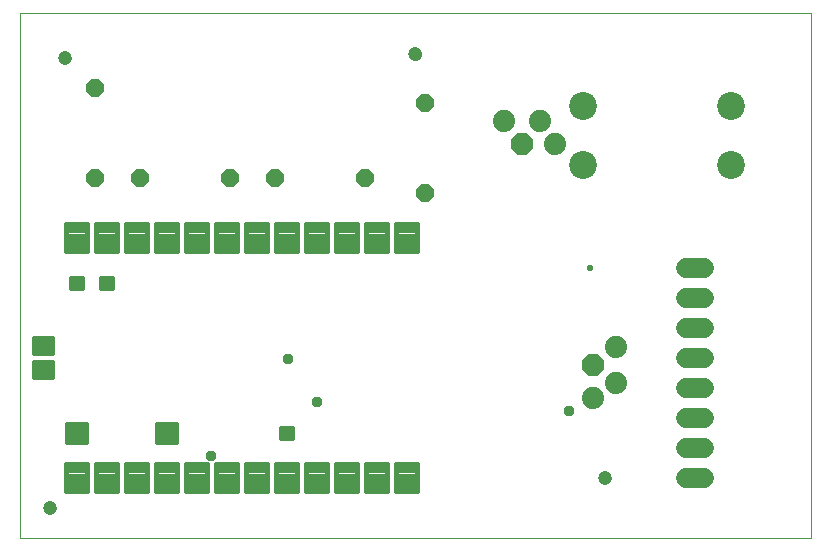
<source format=gts>
G75*
%MOIN*%
%OFA0B0*%
%FSLAX25Y25*%
%IPPOS*%
%LPD*%
%AMOC8*
5,1,8,0,0,1.08239X$1,22.5*
%
%ADD10C,0.00000*%
%ADD11C,0.04737*%
%ADD12C,0.02178*%
%ADD13C,0.07400*%
%ADD14OC8,0.07400*%
%ADD15C,0.06800*%
%ADD16OC8,0.06000*%
%ADD17C,0.09300*%
%ADD18C,0.01760*%
%ADD19C,0.01060*%
%ADD20C,0.01560*%
%ADD21C,0.01360*%
%ADD22C,0.03778*%
D10*
X0007100Y0001000D02*
X0007100Y0175961D01*
X0270801Y0175961D01*
X0270801Y0001000D01*
X0007100Y0001000D01*
X0015131Y0011000D02*
X0015133Y0011088D01*
X0015139Y0011176D01*
X0015149Y0011264D01*
X0015163Y0011352D01*
X0015180Y0011438D01*
X0015202Y0011524D01*
X0015227Y0011608D01*
X0015257Y0011692D01*
X0015289Y0011774D01*
X0015326Y0011854D01*
X0015366Y0011933D01*
X0015410Y0012010D01*
X0015457Y0012085D01*
X0015507Y0012157D01*
X0015561Y0012228D01*
X0015617Y0012295D01*
X0015677Y0012361D01*
X0015739Y0012423D01*
X0015805Y0012483D01*
X0015872Y0012539D01*
X0015943Y0012593D01*
X0016015Y0012643D01*
X0016090Y0012690D01*
X0016167Y0012734D01*
X0016246Y0012774D01*
X0016326Y0012811D01*
X0016408Y0012843D01*
X0016492Y0012873D01*
X0016576Y0012898D01*
X0016662Y0012920D01*
X0016748Y0012937D01*
X0016836Y0012951D01*
X0016924Y0012961D01*
X0017012Y0012967D01*
X0017100Y0012969D01*
X0017188Y0012967D01*
X0017276Y0012961D01*
X0017364Y0012951D01*
X0017452Y0012937D01*
X0017538Y0012920D01*
X0017624Y0012898D01*
X0017708Y0012873D01*
X0017792Y0012843D01*
X0017874Y0012811D01*
X0017954Y0012774D01*
X0018033Y0012734D01*
X0018110Y0012690D01*
X0018185Y0012643D01*
X0018257Y0012593D01*
X0018328Y0012539D01*
X0018395Y0012483D01*
X0018461Y0012423D01*
X0018523Y0012361D01*
X0018583Y0012295D01*
X0018639Y0012228D01*
X0018693Y0012157D01*
X0018743Y0012085D01*
X0018790Y0012010D01*
X0018834Y0011933D01*
X0018874Y0011854D01*
X0018911Y0011774D01*
X0018943Y0011692D01*
X0018973Y0011608D01*
X0018998Y0011524D01*
X0019020Y0011438D01*
X0019037Y0011352D01*
X0019051Y0011264D01*
X0019061Y0011176D01*
X0019067Y0011088D01*
X0019069Y0011000D01*
X0019067Y0010912D01*
X0019061Y0010824D01*
X0019051Y0010736D01*
X0019037Y0010648D01*
X0019020Y0010562D01*
X0018998Y0010476D01*
X0018973Y0010392D01*
X0018943Y0010308D01*
X0018911Y0010226D01*
X0018874Y0010146D01*
X0018834Y0010067D01*
X0018790Y0009990D01*
X0018743Y0009915D01*
X0018693Y0009843D01*
X0018639Y0009772D01*
X0018583Y0009705D01*
X0018523Y0009639D01*
X0018461Y0009577D01*
X0018395Y0009517D01*
X0018328Y0009461D01*
X0018257Y0009407D01*
X0018185Y0009357D01*
X0018110Y0009310D01*
X0018033Y0009266D01*
X0017954Y0009226D01*
X0017874Y0009189D01*
X0017792Y0009157D01*
X0017708Y0009127D01*
X0017624Y0009102D01*
X0017538Y0009080D01*
X0017452Y0009063D01*
X0017364Y0009049D01*
X0017276Y0009039D01*
X0017188Y0009033D01*
X0017100Y0009031D01*
X0017012Y0009033D01*
X0016924Y0009039D01*
X0016836Y0009049D01*
X0016748Y0009063D01*
X0016662Y0009080D01*
X0016576Y0009102D01*
X0016492Y0009127D01*
X0016408Y0009157D01*
X0016326Y0009189D01*
X0016246Y0009226D01*
X0016167Y0009266D01*
X0016090Y0009310D01*
X0016015Y0009357D01*
X0015943Y0009407D01*
X0015872Y0009461D01*
X0015805Y0009517D01*
X0015739Y0009577D01*
X0015677Y0009639D01*
X0015617Y0009705D01*
X0015561Y0009772D01*
X0015507Y0009843D01*
X0015457Y0009915D01*
X0015410Y0009990D01*
X0015366Y0010067D01*
X0015326Y0010146D01*
X0015289Y0010226D01*
X0015257Y0010308D01*
X0015227Y0010392D01*
X0015202Y0010476D01*
X0015180Y0010562D01*
X0015163Y0010648D01*
X0015149Y0010736D01*
X0015139Y0010824D01*
X0015133Y0010912D01*
X0015131Y0011000D01*
X0196411Y0091000D02*
X0196413Y0091052D01*
X0196419Y0091104D01*
X0196429Y0091155D01*
X0196442Y0091205D01*
X0196460Y0091255D01*
X0196481Y0091302D01*
X0196505Y0091348D01*
X0196534Y0091392D01*
X0196565Y0091434D01*
X0196599Y0091473D01*
X0196636Y0091510D01*
X0196676Y0091543D01*
X0196719Y0091574D01*
X0196763Y0091601D01*
X0196809Y0091625D01*
X0196858Y0091645D01*
X0196907Y0091661D01*
X0196958Y0091674D01*
X0197009Y0091683D01*
X0197061Y0091688D01*
X0197113Y0091689D01*
X0197165Y0091686D01*
X0197217Y0091679D01*
X0197268Y0091668D01*
X0197318Y0091654D01*
X0197367Y0091635D01*
X0197414Y0091613D01*
X0197459Y0091588D01*
X0197503Y0091559D01*
X0197544Y0091527D01*
X0197583Y0091492D01*
X0197618Y0091454D01*
X0197651Y0091413D01*
X0197681Y0091371D01*
X0197707Y0091326D01*
X0197730Y0091279D01*
X0197749Y0091230D01*
X0197765Y0091180D01*
X0197777Y0091130D01*
X0197785Y0091078D01*
X0197789Y0091026D01*
X0197789Y0090974D01*
X0197785Y0090922D01*
X0197777Y0090870D01*
X0197765Y0090820D01*
X0197749Y0090770D01*
X0197730Y0090721D01*
X0197707Y0090674D01*
X0197681Y0090629D01*
X0197651Y0090587D01*
X0197618Y0090546D01*
X0197583Y0090508D01*
X0197544Y0090473D01*
X0197503Y0090441D01*
X0197459Y0090412D01*
X0197414Y0090387D01*
X0197367Y0090365D01*
X0197318Y0090346D01*
X0197268Y0090332D01*
X0197217Y0090321D01*
X0197165Y0090314D01*
X0197113Y0090311D01*
X0197061Y0090312D01*
X0197009Y0090317D01*
X0196958Y0090326D01*
X0196907Y0090339D01*
X0196858Y0090355D01*
X0196809Y0090375D01*
X0196763Y0090399D01*
X0196719Y0090426D01*
X0196676Y0090457D01*
X0196636Y0090490D01*
X0196599Y0090527D01*
X0196565Y0090566D01*
X0196534Y0090608D01*
X0196505Y0090652D01*
X0196481Y0090698D01*
X0196460Y0090745D01*
X0196442Y0090795D01*
X0196429Y0090845D01*
X0196419Y0090896D01*
X0196413Y0090948D01*
X0196411Y0091000D01*
X0200131Y0021000D02*
X0200133Y0021088D01*
X0200139Y0021176D01*
X0200149Y0021264D01*
X0200163Y0021352D01*
X0200180Y0021438D01*
X0200202Y0021524D01*
X0200227Y0021608D01*
X0200257Y0021692D01*
X0200289Y0021774D01*
X0200326Y0021854D01*
X0200366Y0021933D01*
X0200410Y0022010D01*
X0200457Y0022085D01*
X0200507Y0022157D01*
X0200561Y0022228D01*
X0200617Y0022295D01*
X0200677Y0022361D01*
X0200739Y0022423D01*
X0200805Y0022483D01*
X0200872Y0022539D01*
X0200943Y0022593D01*
X0201015Y0022643D01*
X0201090Y0022690D01*
X0201167Y0022734D01*
X0201246Y0022774D01*
X0201326Y0022811D01*
X0201408Y0022843D01*
X0201492Y0022873D01*
X0201576Y0022898D01*
X0201662Y0022920D01*
X0201748Y0022937D01*
X0201836Y0022951D01*
X0201924Y0022961D01*
X0202012Y0022967D01*
X0202100Y0022969D01*
X0202188Y0022967D01*
X0202276Y0022961D01*
X0202364Y0022951D01*
X0202452Y0022937D01*
X0202538Y0022920D01*
X0202624Y0022898D01*
X0202708Y0022873D01*
X0202792Y0022843D01*
X0202874Y0022811D01*
X0202954Y0022774D01*
X0203033Y0022734D01*
X0203110Y0022690D01*
X0203185Y0022643D01*
X0203257Y0022593D01*
X0203328Y0022539D01*
X0203395Y0022483D01*
X0203461Y0022423D01*
X0203523Y0022361D01*
X0203583Y0022295D01*
X0203639Y0022228D01*
X0203693Y0022157D01*
X0203743Y0022085D01*
X0203790Y0022010D01*
X0203834Y0021933D01*
X0203874Y0021854D01*
X0203911Y0021774D01*
X0203943Y0021692D01*
X0203973Y0021608D01*
X0203998Y0021524D01*
X0204020Y0021438D01*
X0204037Y0021352D01*
X0204051Y0021264D01*
X0204061Y0021176D01*
X0204067Y0021088D01*
X0204069Y0021000D01*
X0204067Y0020912D01*
X0204061Y0020824D01*
X0204051Y0020736D01*
X0204037Y0020648D01*
X0204020Y0020562D01*
X0203998Y0020476D01*
X0203973Y0020392D01*
X0203943Y0020308D01*
X0203911Y0020226D01*
X0203874Y0020146D01*
X0203834Y0020067D01*
X0203790Y0019990D01*
X0203743Y0019915D01*
X0203693Y0019843D01*
X0203639Y0019772D01*
X0203583Y0019705D01*
X0203523Y0019639D01*
X0203461Y0019577D01*
X0203395Y0019517D01*
X0203328Y0019461D01*
X0203257Y0019407D01*
X0203185Y0019357D01*
X0203110Y0019310D01*
X0203033Y0019266D01*
X0202954Y0019226D01*
X0202874Y0019189D01*
X0202792Y0019157D01*
X0202708Y0019127D01*
X0202624Y0019102D01*
X0202538Y0019080D01*
X0202452Y0019063D01*
X0202364Y0019049D01*
X0202276Y0019039D01*
X0202188Y0019033D01*
X0202100Y0019031D01*
X0202012Y0019033D01*
X0201924Y0019039D01*
X0201836Y0019049D01*
X0201748Y0019063D01*
X0201662Y0019080D01*
X0201576Y0019102D01*
X0201492Y0019127D01*
X0201408Y0019157D01*
X0201326Y0019189D01*
X0201246Y0019226D01*
X0201167Y0019266D01*
X0201090Y0019310D01*
X0201015Y0019357D01*
X0200943Y0019407D01*
X0200872Y0019461D01*
X0200805Y0019517D01*
X0200739Y0019577D01*
X0200677Y0019639D01*
X0200617Y0019705D01*
X0200561Y0019772D01*
X0200507Y0019843D01*
X0200457Y0019915D01*
X0200410Y0019990D01*
X0200366Y0020067D01*
X0200326Y0020146D01*
X0200289Y0020226D01*
X0200257Y0020308D01*
X0200227Y0020392D01*
X0200202Y0020476D01*
X0200180Y0020562D01*
X0200163Y0020648D01*
X0200149Y0020736D01*
X0200139Y0020824D01*
X0200133Y0020912D01*
X0200131Y0021000D01*
X0020131Y0161000D02*
X0020133Y0161088D01*
X0020139Y0161176D01*
X0020149Y0161264D01*
X0020163Y0161352D01*
X0020180Y0161438D01*
X0020202Y0161524D01*
X0020227Y0161608D01*
X0020257Y0161692D01*
X0020289Y0161774D01*
X0020326Y0161854D01*
X0020366Y0161933D01*
X0020410Y0162010D01*
X0020457Y0162085D01*
X0020507Y0162157D01*
X0020561Y0162228D01*
X0020617Y0162295D01*
X0020677Y0162361D01*
X0020739Y0162423D01*
X0020805Y0162483D01*
X0020872Y0162539D01*
X0020943Y0162593D01*
X0021015Y0162643D01*
X0021090Y0162690D01*
X0021167Y0162734D01*
X0021246Y0162774D01*
X0021326Y0162811D01*
X0021408Y0162843D01*
X0021492Y0162873D01*
X0021576Y0162898D01*
X0021662Y0162920D01*
X0021748Y0162937D01*
X0021836Y0162951D01*
X0021924Y0162961D01*
X0022012Y0162967D01*
X0022100Y0162969D01*
X0022188Y0162967D01*
X0022276Y0162961D01*
X0022364Y0162951D01*
X0022452Y0162937D01*
X0022538Y0162920D01*
X0022624Y0162898D01*
X0022708Y0162873D01*
X0022792Y0162843D01*
X0022874Y0162811D01*
X0022954Y0162774D01*
X0023033Y0162734D01*
X0023110Y0162690D01*
X0023185Y0162643D01*
X0023257Y0162593D01*
X0023328Y0162539D01*
X0023395Y0162483D01*
X0023461Y0162423D01*
X0023523Y0162361D01*
X0023583Y0162295D01*
X0023639Y0162228D01*
X0023693Y0162157D01*
X0023743Y0162085D01*
X0023790Y0162010D01*
X0023834Y0161933D01*
X0023874Y0161854D01*
X0023911Y0161774D01*
X0023943Y0161692D01*
X0023973Y0161608D01*
X0023998Y0161524D01*
X0024020Y0161438D01*
X0024037Y0161352D01*
X0024051Y0161264D01*
X0024061Y0161176D01*
X0024067Y0161088D01*
X0024069Y0161000D01*
X0024067Y0160912D01*
X0024061Y0160824D01*
X0024051Y0160736D01*
X0024037Y0160648D01*
X0024020Y0160562D01*
X0023998Y0160476D01*
X0023973Y0160392D01*
X0023943Y0160308D01*
X0023911Y0160226D01*
X0023874Y0160146D01*
X0023834Y0160067D01*
X0023790Y0159990D01*
X0023743Y0159915D01*
X0023693Y0159843D01*
X0023639Y0159772D01*
X0023583Y0159705D01*
X0023523Y0159639D01*
X0023461Y0159577D01*
X0023395Y0159517D01*
X0023328Y0159461D01*
X0023257Y0159407D01*
X0023185Y0159357D01*
X0023110Y0159310D01*
X0023033Y0159266D01*
X0022954Y0159226D01*
X0022874Y0159189D01*
X0022792Y0159157D01*
X0022708Y0159127D01*
X0022624Y0159102D01*
X0022538Y0159080D01*
X0022452Y0159063D01*
X0022364Y0159049D01*
X0022276Y0159039D01*
X0022188Y0159033D01*
X0022100Y0159031D01*
X0022012Y0159033D01*
X0021924Y0159039D01*
X0021836Y0159049D01*
X0021748Y0159063D01*
X0021662Y0159080D01*
X0021576Y0159102D01*
X0021492Y0159127D01*
X0021408Y0159157D01*
X0021326Y0159189D01*
X0021246Y0159226D01*
X0021167Y0159266D01*
X0021090Y0159310D01*
X0021015Y0159357D01*
X0020943Y0159407D01*
X0020872Y0159461D01*
X0020805Y0159517D01*
X0020739Y0159577D01*
X0020677Y0159639D01*
X0020617Y0159705D01*
X0020561Y0159772D01*
X0020507Y0159843D01*
X0020457Y0159915D01*
X0020410Y0159990D01*
X0020366Y0160067D01*
X0020326Y0160146D01*
X0020289Y0160226D01*
X0020257Y0160308D01*
X0020227Y0160392D01*
X0020202Y0160476D01*
X0020180Y0160562D01*
X0020163Y0160648D01*
X0020149Y0160736D01*
X0020139Y0160824D01*
X0020133Y0160912D01*
X0020131Y0161000D01*
X0136831Y0162300D02*
X0136833Y0162388D01*
X0136839Y0162476D01*
X0136849Y0162564D01*
X0136863Y0162652D01*
X0136880Y0162738D01*
X0136902Y0162824D01*
X0136927Y0162908D01*
X0136957Y0162992D01*
X0136989Y0163074D01*
X0137026Y0163154D01*
X0137066Y0163233D01*
X0137110Y0163310D01*
X0137157Y0163385D01*
X0137207Y0163457D01*
X0137261Y0163528D01*
X0137317Y0163595D01*
X0137377Y0163661D01*
X0137439Y0163723D01*
X0137505Y0163783D01*
X0137572Y0163839D01*
X0137643Y0163893D01*
X0137715Y0163943D01*
X0137790Y0163990D01*
X0137867Y0164034D01*
X0137946Y0164074D01*
X0138026Y0164111D01*
X0138108Y0164143D01*
X0138192Y0164173D01*
X0138276Y0164198D01*
X0138362Y0164220D01*
X0138448Y0164237D01*
X0138536Y0164251D01*
X0138624Y0164261D01*
X0138712Y0164267D01*
X0138800Y0164269D01*
X0138888Y0164267D01*
X0138976Y0164261D01*
X0139064Y0164251D01*
X0139152Y0164237D01*
X0139238Y0164220D01*
X0139324Y0164198D01*
X0139408Y0164173D01*
X0139492Y0164143D01*
X0139574Y0164111D01*
X0139654Y0164074D01*
X0139733Y0164034D01*
X0139810Y0163990D01*
X0139885Y0163943D01*
X0139957Y0163893D01*
X0140028Y0163839D01*
X0140095Y0163783D01*
X0140161Y0163723D01*
X0140223Y0163661D01*
X0140283Y0163595D01*
X0140339Y0163528D01*
X0140393Y0163457D01*
X0140443Y0163385D01*
X0140490Y0163310D01*
X0140534Y0163233D01*
X0140574Y0163154D01*
X0140611Y0163074D01*
X0140643Y0162992D01*
X0140673Y0162908D01*
X0140698Y0162824D01*
X0140720Y0162738D01*
X0140737Y0162652D01*
X0140751Y0162564D01*
X0140761Y0162476D01*
X0140767Y0162388D01*
X0140769Y0162300D01*
X0140767Y0162212D01*
X0140761Y0162124D01*
X0140751Y0162036D01*
X0140737Y0161948D01*
X0140720Y0161862D01*
X0140698Y0161776D01*
X0140673Y0161692D01*
X0140643Y0161608D01*
X0140611Y0161526D01*
X0140574Y0161446D01*
X0140534Y0161367D01*
X0140490Y0161290D01*
X0140443Y0161215D01*
X0140393Y0161143D01*
X0140339Y0161072D01*
X0140283Y0161005D01*
X0140223Y0160939D01*
X0140161Y0160877D01*
X0140095Y0160817D01*
X0140028Y0160761D01*
X0139957Y0160707D01*
X0139885Y0160657D01*
X0139810Y0160610D01*
X0139733Y0160566D01*
X0139654Y0160526D01*
X0139574Y0160489D01*
X0139492Y0160457D01*
X0139408Y0160427D01*
X0139324Y0160402D01*
X0139238Y0160380D01*
X0139152Y0160363D01*
X0139064Y0160349D01*
X0138976Y0160339D01*
X0138888Y0160333D01*
X0138800Y0160331D01*
X0138712Y0160333D01*
X0138624Y0160339D01*
X0138536Y0160349D01*
X0138448Y0160363D01*
X0138362Y0160380D01*
X0138276Y0160402D01*
X0138192Y0160427D01*
X0138108Y0160457D01*
X0138026Y0160489D01*
X0137946Y0160526D01*
X0137867Y0160566D01*
X0137790Y0160610D01*
X0137715Y0160657D01*
X0137643Y0160707D01*
X0137572Y0160761D01*
X0137505Y0160817D01*
X0137439Y0160877D01*
X0137377Y0160939D01*
X0137317Y0161005D01*
X0137261Y0161072D01*
X0137207Y0161143D01*
X0137157Y0161215D01*
X0137110Y0161290D01*
X0137066Y0161367D01*
X0137026Y0161446D01*
X0136989Y0161526D01*
X0136957Y0161608D01*
X0136927Y0161692D01*
X0136902Y0161776D01*
X0136880Y0161862D01*
X0136863Y0161948D01*
X0136849Y0162036D01*
X0136839Y0162124D01*
X0136833Y0162212D01*
X0136831Y0162300D01*
D11*
X0138800Y0162300D03*
X0022100Y0161000D03*
X0202100Y0021000D03*
X0017100Y0011000D03*
D12*
X0197100Y0091000D03*
D13*
X0205913Y0064500D03*
X0205913Y0052500D03*
X0198287Y0047500D03*
X0185600Y0132187D03*
X0180600Y0139813D03*
X0168600Y0139813D03*
D14*
X0174600Y0132187D03*
X0198287Y0058500D03*
D15*
X0229100Y0061000D02*
X0235100Y0061000D01*
X0235100Y0051000D02*
X0229100Y0051000D01*
X0229100Y0041000D02*
X0235100Y0041000D01*
X0235100Y0031000D02*
X0229100Y0031000D01*
X0229100Y0021000D02*
X0235100Y0021000D01*
X0235100Y0071000D02*
X0229100Y0071000D01*
X0229100Y0081000D02*
X0235100Y0081000D01*
X0235100Y0091000D02*
X0229100Y0091000D01*
D16*
X0142100Y0116000D03*
X0122100Y0121000D03*
X0092100Y0121000D03*
X0077100Y0121000D03*
X0047100Y0121000D03*
X0032100Y0121000D03*
X0032100Y0151000D03*
X0142100Y0146000D03*
D17*
X0194994Y0144843D03*
X0194994Y0125157D03*
X0244206Y0125157D03*
X0244206Y0144843D03*
D18*
X0139620Y0105520D02*
X0139620Y0096480D01*
X0132580Y0096480D01*
X0132580Y0105520D01*
X0139620Y0105520D01*
X0139620Y0098239D02*
X0132580Y0098239D01*
X0132580Y0099998D02*
X0139620Y0099998D01*
X0139620Y0101757D02*
X0132580Y0101757D01*
X0132580Y0103516D02*
X0139620Y0103516D01*
X0139620Y0105275D02*
X0132580Y0105275D01*
X0129620Y0105520D02*
X0129620Y0096480D01*
X0122580Y0096480D01*
X0122580Y0105520D01*
X0129620Y0105520D01*
X0129620Y0098239D02*
X0122580Y0098239D01*
X0122580Y0099998D02*
X0129620Y0099998D01*
X0129620Y0101757D02*
X0122580Y0101757D01*
X0122580Y0103516D02*
X0129620Y0103516D01*
X0129620Y0105275D02*
X0122580Y0105275D01*
X0119620Y0105520D02*
X0119620Y0096480D01*
X0112580Y0096480D01*
X0112580Y0105520D01*
X0119620Y0105520D01*
X0119620Y0098239D02*
X0112580Y0098239D01*
X0112580Y0099998D02*
X0119620Y0099998D01*
X0119620Y0101757D02*
X0112580Y0101757D01*
X0112580Y0103516D02*
X0119620Y0103516D01*
X0119620Y0105275D02*
X0112580Y0105275D01*
X0109620Y0105520D02*
X0109620Y0096480D01*
X0102580Y0096480D01*
X0102580Y0105520D01*
X0109620Y0105520D01*
X0109620Y0098239D02*
X0102580Y0098239D01*
X0102580Y0099998D02*
X0109620Y0099998D01*
X0109620Y0101757D02*
X0102580Y0101757D01*
X0102580Y0103516D02*
X0109620Y0103516D01*
X0109620Y0105275D02*
X0102580Y0105275D01*
X0099620Y0105520D02*
X0099620Y0096480D01*
X0092580Y0096480D01*
X0092580Y0105520D01*
X0099620Y0105520D01*
X0099620Y0098239D02*
X0092580Y0098239D01*
X0092580Y0099998D02*
X0099620Y0099998D01*
X0099620Y0101757D02*
X0092580Y0101757D01*
X0092580Y0103516D02*
X0099620Y0103516D01*
X0099620Y0105275D02*
X0092580Y0105275D01*
X0089620Y0105520D02*
X0089620Y0096480D01*
X0082580Y0096480D01*
X0082580Y0105520D01*
X0089620Y0105520D01*
X0089620Y0098239D02*
X0082580Y0098239D01*
X0082580Y0099998D02*
X0089620Y0099998D01*
X0089620Y0101757D02*
X0082580Y0101757D01*
X0082580Y0103516D02*
X0089620Y0103516D01*
X0089620Y0105275D02*
X0082580Y0105275D01*
X0079620Y0105520D02*
X0079620Y0096480D01*
X0072580Y0096480D01*
X0072580Y0105520D01*
X0079620Y0105520D01*
X0079620Y0098239D02*
X0072580Y0098239D01*
X0072580Y0099998D02*
X0079620Y0099998D01*
X0079620Y0101757D02*
X0072580Y0101757D01*
X0072580Y0103516D02*
X0079620Y0103516D01*
X0079620Y0105275D02*
X0072580Y0105275D01*
X0069620Y0105520D02*
X0069620Y0096480D01*
X0062580Y0096480D01*
X0062580Y0105520D01*
X0069620Y0105520D01*
X0069620Y0098239D02*
X0062580Y0098239D01*
X0062580Y0099998D02*
X0069620Y0099998D01*
X0069620Y0101757D02*
X0062580Y0101757D01*
X0062580Y0103516D02*
X0069620Y0103516D01*
X0069620Y0105275D02*
X0062580Y0105275D01*
X0059620Y0105520D02*
X0059620Y0096480D01*
X0052580Y0096480D01*
X0052580Y0105520D01*
X0059620Y0105520D01*
X0059620Y0098239D02*
X0052580Y0098239D01*
X0052580Y0099998D02*
X0059620Y0099998D01*
X0059620Y0101757D02*
X0052580Y0101757D01*
X0052580Y0103516D02*
X0059620Y0103516D01*
X0059620Y0105275D02*
X0052580Y0105275D01*
X0049620Y0105520D02*
X0049620Y0096480D01*
X0042580Y0096480D01*
X0042580Y0105520D01*
X0049620Y0105520D01*
X0049620Y0098239D02*
X0042580Y0098239D01*
X0042580Y0099998D02*
X0049620Y0099998D01*
X0049620Y0101757D02*
X0042580Y0101757D01*
X0042580Y0103516D02*
X0049620Y0103516D01*
X0049620Y0105275D02*
X0042580Y0105275D01*
X0039620Y0105520D02*
X0039620Y0096480D01*
X0032580Y0096480D01*
X0032580Y0105520D01*
X0039620Y0105520D01*
X0039620Y0098239D02*
X0032580Y0098239D01*
X0032580Y0099998D02*
X0039620Y0099998D01*
X0039620Y0101757D02*
X0032580Y0101757D01*
X0032580Y0103516D02*
X0039620Y0103516D01*
X0039620Y0105275D02*
X0032580Y0105275D01*
X0029620Y0105520D02*
X0029620Y0096480D01*
X0022580Y0096480D01*
X0022580Y0105520D01*
X0029620Y0105520D01*
X0029620Y0098239D02*
X0022580Y0098239D01*
X0022580Y0099998D02*
X0029620Y0099998D01*
X0029620Y0101757D02*
X0022580Y0101757D01*
X0022580Y0103516D02*
X0029620Y0103516D01*
X0029620Y0105275D02*
X0022580Y0105275D01*
X0029620Y0025520D02*
X0029620Y0016480D01*
X0022580Y0016480D01*
X0022580Y0025520D01*
X0029620Y0025520D01*
X0029620Y0018239D02*
X0022580Y0018239D01*
X0022580Y0019998D02*
X0029620Y0019998D01*
X0029620Y0021757D02*
X0022580Y0021757D01*
X0022580Y0023516D02*
X0029620Y0023516D01*
X0029620Y0025275D02*
X0022580Y0025275D01*
X0039620Y0025520D02*
X0039620Y0016480D01*
X0032580Y0016480D01*
X0032580Y0025520D01*
X0039620Y0025520D01*
X0039620Y0018239D02*
X0032580Y0018239D01*
X0032580Y0019998D02*
X0039620Y0019998D01*
X0039620Y0021757D02*
X0032580Y0021757D01*
X0032580Y0023516D02*
X0039620Y0023516D01*
X0039620Y0025275D02*
X0032580Y0025275D01*
X0049620Y0025520D02*
X0049620Y0016480D01*
X0042580Y0016480D01*
X0042580Y0025520D01*
X0049620Y0025520D01*
X0049620Y0018239D02*
X0042580Y0018239D01*
X0042580Y0019998D02*
X0049620Y0019998D01*
X0049620Y0021757D02*
X0042580Y0021757D01*
X0042580Y0023516D02*
X0049620Y0023516D01*
X0049620Y0025275D02*
X0042580Y0025275D01*
X0059620Y0025520D02*
X0059620Y0016480D01*
X0052580Y0016480D01*
X0052580Y0025520D01*
X0059620Y0025520D01*
X0059620Y0018239D02*
X0052580Y0018239D01*
X0052580Y0019998D02*
X0059620Y0019998D01*
X0059620Y0021757D02*
X0052580Y0021757D01*
X0052580Y0023516D02*
X0059620Y0023516D01*
X0059620Y0025275D02*
X0052580Y0025275D01*
X0069620Y0025520D02*
X0069620Y0016480D01*
X0062580Y0016480D01*
X0062580Y0025520D01*
X0069620Y0025520D01*
X0069620Y0018239D02*
X0062580Y0018239D01*
X0062580Y0019998D02*
X0069620Y0019998D01*
X0069620Y0021757D02*
X0062580Y0021757D01*
X0062580Y0023516D02*
X0069620Y0023516D01*
X0069620Y0025275D02*
X0062580Y0025275D01*
X0079620Y0025520D02*
X0079620Y0016480D01*
X0072580Y0016480D01*
X0072580Y0025520D01*
X0079620Y0025520D01*
X0079620Y0018239D02*
X0072580Y0018239D01*
X0072580Y0019998D02*
X0079620Y0019998D01*
X0079620Y0021757D02*
X0072580Y0021757D01*
X0072580Y0023516D02*
X0079620Y0023516D01*
X0079620Y0025275D02*
X0072580Y0025275D01*
X0089620Y0025520D02*
X0089620Y0016480D01*
X0082580Y0016480D01*
X0082580Y0025520D01*
X0089620Y0025520D01*
X0089620Y0018239D02*
X0082580Y0018239D01*
X0082580Y0019998D02*
X0089620Y0019998D01*
X0089620Y0021757D02*
X0082580Y0021757D01*
X0082580Y0023516D02*
X0089620Y0023516D01*
X0089620Y0025275D02*
X0082580Y0025275D01*
X0099620Y0025520D02*
X0099620Y0016480D01*
X0092580Y0016480D01*
X0092580Y0025520D01*
X0099620Y0025520D01*
X0099620Y0018239D02*
X0092580Y0018239D01*
X0092580Y0019998D02*
X0099620Y0019998D01*
X0099620Y0021757D02*
X0092580Y0021757D01*
X0092580Y0023516D02*
X0099620Y0023516D01*
X0099620Y0025275D02*
X0092580Y0025275D01*
X0109620Y0025520D02*
X0109620Y0016480D01*
X0102580Y0016480D01*
X0102580Y0025520D01*
X0109620Y0025520D01*
X0109620Y0018239D02*
X0102580Y0018239D01*
X0102580Y0019998D02*
X0109620Y0019998D01*
X0109620Y0021757D02*
X0102580Y0021757D01*
X0102580Y0023516D02*
X0109620Y0023516D01*
X0109620Y0025275D02*
X0102580Y0025275D01*
X0119620Y0025520D02*
X0119620Y0016480D01*
X0112580Y0016480D01*
X0112580Y0025520D01*
X0119620Y0025520D01*
X0119620Y0018239D02*
X0112580Y0018239D01*
X0112580Y0019998D02*
X0119620Y0019998D01*
X0119620Y0021757D02*
X0112580Y0021757D01*
X0112580Y0023516D02*
X0119620Y0023516D01*
X0119620Y0025275D02*
X0112580Y0025275D01*
X0129620Y0025520D02*
X0129620Y0016480D01*
X0122580Y0016480D01*
X0122580Y0025520D01*
X0129620Y0025520D01*
X0129620Y0018239D02*
X0122580Y0018239D01*
X0122580Y0019998D02*
X0129620Y0019998D01*
X0129620Y0021757D02*
X0122580Y0021757D01*
X0122580Y0023516D02*
X0129620Y0023516D01*
X0129620Y0025275D02*
X0122580Y0025275D01*
X0139620Y0025520D02*
X0139620Y0016480D01*
X0132580Y0016480D01*
X0132580Y0025520D01*
X0139620Y0025520D01*
X0139620Y0018239D02*
X0132580Y0018239D01*
X0132580Y0019998D02*
X0139620Y0019998D01*
X0139620Y0021757D02*
X0132580Y0021757D01*
X0132580Y0023516D02*
X0139620Y0023516D01*
X0139620Y0025275D02*
X0132580Y0025275D01*
D19*
X0098220Y0033880D02*
X0098220Y0038120D01*
X0098220Y0033880D02*
X0093980Y0033880D01*
X0093980Y0038120D01*
X0098220Y0038120D01*
X0098220Y0034939D02*
X0093980Y0034939D01*
X0093980Y0035998D02*
X0098220Y0035998D01*
X0098220Y0037057D02*
X0093980Y0037057D01*
X0093980Y0038116D02*
X0098220Y0038116D01*
X0038220Y0083880D02*
X0038220Y0088120D01*
X0038220Y0083880D02*
X0033980Y0083880D01*
X0033980Y0088120D01*
X0038220Y0088120D01*
X0038220Y0084939D02*
X0033980Y0084939D01*
X0033980Y0085998D02*
X0038220Y0085998D01*
X0038220Y0087057D02*
X0033980Y0087057D01*
X0033980Y0088116D02*
X0038220Y0088116D01*
X0028220Y0088120D02*
X0028220Y0083880D01*
X0023980Y0083880D01*
X0023980Y0088120D01*
X0028220Y0088120D01*
X0028220Y0084939D02*
X0023980Y0084939D01*
X0023980Y0085998D02*
X0028220Y0085998D01*
X0028220Y0087057D02*
X0023980Y0087057D01*
X0023980Y0088116D02*
X0028220Y0088116D01*
D20*
X0029220Y0039120D02*
X0029220Y0032880D01*
X0022980Y0032880D01*
X0022980Y0039120D01*
X0029220Y0039120D01*
X0029220Y0034439D02*
X0022980Y0034439D01*
X0022980Y0035998D02*
X0029220Y0035998D01*
X0029220Y0037557D02*
X0022980Y0037557D01*
X0022980Y0039116D02*
X0029220Y0039116D01*
X0059220Y0039120D02*
X0059220Y0032880D01*
X0052980Y0032880D01*
X0052980Y0039120D01*
X0059220Y0039120D01*
X0059220Y0034439D02*
X0052980Y0034439D01*
X0052980Y0035998D02*
X0059220Y0035998D01*
X0059220Y0037557D02*
X0052980Y0037557D01*
X0052980Y0039116D02*
X0059220Y0039116D01*
D21*
X0018320Y0054280D02*
X0018320Y0059720D01*
X0018320Y0054280D02*
X0011880Y0054280D01*
X0011880Y0059720D01*
X0018320Y0059720D01*
X0018320Y0055639D02*
X0011880Y0055639D01*
X0011880Y0056998D02*
X0018320Y0056998D01*
X0018320Y0058357D02*
X0011880Y0058357D01*
X0011880Y0059716D02*
X0018320Y0059716D01*
X0018320Y0062280D02*
X0018320Y0067720D01*
X0018320Y0062280D02*
X0011880Y0062280D01*
X0011880Y0067720D01*
X0018320Y0067720D01*
X0018320Y0063639D02*
X0011880Y0063639D01*
X0011880Y0064998D02*
X0018320Y0064998D01*
X0018320Y0066357D02*
X0011880Y0066357D01*
X0011880Y0067716D02*
X0018320Y0067716D01*
D22*
X0070700Y0028200D03*
X0106100Y0046200D03*
X0096500Y0060600D03*
X0190100Y0043200D03*
M02*

</source>
